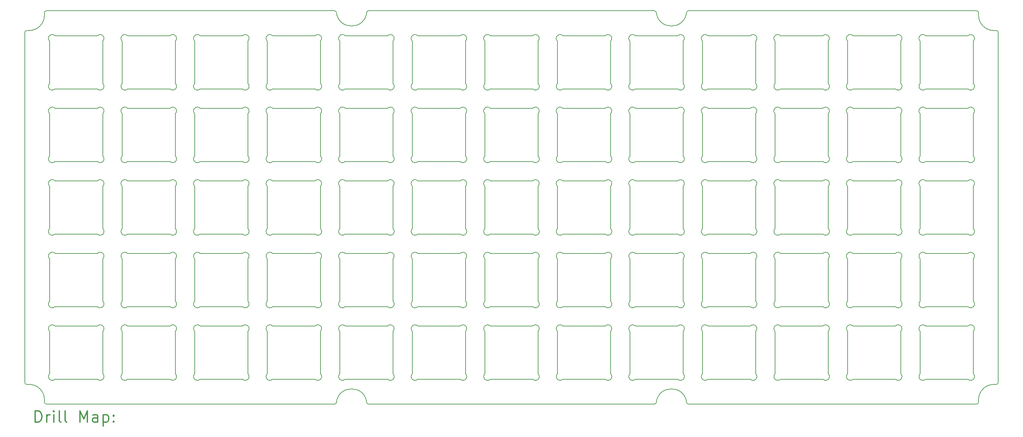
<source format=gbr>
%FSLAX45Y45*%
G04 Gerber Fmt 4.5, Leading zero omitted, Abs format (unit mm)*
G04 Created by KiCad (PCBNEW 5.1.9+dfsg1-1) date 2021-12-29 02:10:33*
%MOMM*%
%LPD*%
G01*
G04 APERTURE LIST*
%TA.AperFunction,Profile*%
%ADD10C,0.200000*%
%TD*%
%ADD11C,0.200000*%
%ADD12C,0.300000*%
G04 APERTURE END LIST*
D10*
X23643189Y-13456068D02*
G75*
G02*
X23501768Y-13597489I-70711J-70711D01*
G01*
X12213189Y-10433911D02*
X12213189Y-11551068D01*
X10813189Y-13456068D02*
X10813189Y-12338911D01*
X12718189Y-8528911D02*
G75*
G02*
X12859611Y-8387489I70711J70711D01*
G01*
X9049611Y-15502489D02*
X10166768Y-15502489D01*
X12718189Y-12338910D02*
G75*
G02*
X12859611Y-12197489I70711J70711D01*
G01*
X18574611Y-8387489D02*
X19691768Y-8387489D01*
X4451768Y-6482489D02*
X3334611Y-6482489D01*
X4451768Y-6482489D02*
G75*
G02*
X4593189Y-6623911I70711J-70711D01*
G01*
X6498189Y-13456068D02*
G75*
G02*
X6356768Y-13597489I-70711J-70711D01*
G01*
X23643189Y-11551068D02*
G75*
G02*
X23501768Y-11692489I-70711J-70711D01*
G01*
X21738189Y-8528911D02*
X21738189Y-9646068D01*
X3334611Y-11692489D02*
G75*
G02*
X3193189Y-11551068I-70711J70711D01*
G01*
X16023189Y-13456068D02*
G75*
G02*
X15881768Y-13597489I-70711J-70711D01*
G01*
X25548189Y-8528911D02*
X25548189Y-9646068D01*
X25548189Y-9646068D02*
G75*
G02*
X25406768Y-9787489I-70711J-70711D01*
G01*
X15881768Y-13597489D02*
X14764611Y-13597489D01*
X22243189Y-12338911D02*
G75*
G02*
X22384611Y-12197489I70711J70711D01*
G01*
X21596768Y-14102489D02*
X20479611Y-14102489D01*
X14118189Y-13456068D02*
X14118189Y-12338911D01*
X12718189Y-12338911D02*
X12718189Y-13456068D01*
X8403189Y-12338911D02*
X8403189Y-13456068D01*
X27453189Y-15361068D02*
X27453189Y-14243911D01*
X5098189Y-8528911D02*
G75*
G02*
X5239611Y-8387489I70711J70711D01*
G01*
X20338189Y-6623911D02*
X20338189Y-7741068D01*
X20338189Y-6623911D02*
G75*
G02*
X20479611Y-6482489I70711J70711D01*
G01*
X12718189Y-11551068D02*
X12718189Y-10433911D01*
X24148189Y-13456068D02*
X24148189Y-12338911D01*
X7144611Y-15502489D02*
G75*
G02*
X7003189Y-15361068I-70711J70711D01*
G01*
X12859611Y-15502489D02*
G75*
G02*
X12718189Y-15361068I-70711J70711D01*
G01*
X16528189Y-12338910D02*
G75*
G02*
X16669611Y-12197489I70711J70711D01*
G01*
X3193189Y-9646068D02*
X3193189Y-8528911D01*
X10954611Y-7882489D02*
X12071768Y-7882489D01*
X9049611Y-7882489D02*
G75*
G02*
X8908189Y-7741068I-70711J70711D01*
G01*
X23501768Y-9787489D02*
X22384611Y-9787489D01*
X23501768Y-14102489D02*
G75*
G02*
X23643189Y-14243911I70711J-70711D01*
G01*
X26053189Y-6623911D02*
X26053189Y-7741068D01*
X26053189Y-6623911D02*
G75*
G02*
X26194611Y-6482489I70711J70711D01*
G01*
X3193189Y-14243911D02*
X3193189Y-15361068D01*
X24289611Y-7882489D02*
X25406768Y-7882489D01*
X22384610Y-7882489D02*
G75*
G02*
X22243189Y-7741068I-70711J70711D01*
G01*
X18433189Y-10433911D02*
G75*
G02*
X18574611Y-10292489I70711J70711D01*
G01*
X25548189Y-13456068D02*
G75*
G02*
X25406768Y-13597489I-70711J-70711D01*
G01*
X27311768Y-12197489D02*
G75*
G02*
X27453189Y-12338911I70711J-70711D01*
G01*
X16528189Y-8528911D02*
X16528189Y-9646068D01*
X21596768Y-10292489D02*
G75*
G02*
X21738189Y-10433911I70711J-70711D01*
G01*
X25406768Y-10292489D02*
G75*
G02*
X25548189Y-10433911I70711J-70711D01*
G01*
X19691768Y-11692489D02*
X18574611Y-11692489D01*
X20479611Y-7882489D02*
X21596768Y-7882489D01*
X18574611Y-7882489D02*
G75*
G02*
X18433189Y-7741068I-70711J70711D01*
G01*
X10166768Y-13597489D02*
X9049611Y-13597489D01*
X22243189Y-14243911D02*
X22243189Y-15361068D01*
X3193189Y-6623911D02*
X3193189Y-7741068D01*
X3193189Y-6623911D02*
G75*
G02*
X3334611Y-6482489I70711J70711D01*
G01*
X16023189Y-14243911D02*
X16023189Y-15361068D01*
X15881768Y-7882489D02*
X14764611Y-7882489D01*
X13976768Y-6482489D02*
G75*
G02*
X14118189Y-6623911I70711J-70711D01*
G01*
X25548189Y-7741068D02*
X25548189Y-6623911D01*
X25548189Y-7741068D02*
G75*
G02*
X25406768Y-7882489I-70711J-70711D01*
G01*
X13976768Y-8387489D02*
G75*
G02*
X14118189Y-8528911I70711J-70711D01*
G01*
X6498189Y-8528911D02*
X6498189Y-9646068D01*
X14764611Y-8387489D02*
X15881768Y-8387489D01*
X16669611Y-9787489D02*
X17786768Y-9787489D01*
X8261768Y-14102489D02*
G75*
G02*
X8403189Y-14243911I70711J-70711D01*
G01*
X4451768Y-10292489D02*
G75*
G02*
X4593189Y-10433911I70711J-70711D01*
G01*
X20479611Y-12197489D02*
X21596768Y-12197489D01*
X18574611Y-9787489D02*
G75*
G02*
X18433189Y-9646068I-70711J70711D01*
G01*
X7144611Y-11692489D02*
G75*
G02*
X7003189Y-11551068I-70711J70711D01*
G01*
X10675976Y-5829989D02*
G75*
G02*
X10725666Y-5874434I0J-50000D01*
G01*
X3107847Y-5829989D02*
X10675976Y-5829989D01*
X19125666Y-16110545D02*
G75*
G02*
X19075976Y-16154989I-49690J5556D01*
G01*
X19125666Y-16110545D02*
G75*
G02*
X19920712Y-16110545I397523J-44444D01*
G01*
X5098189Y-12338910D02*
G75*
G02*
X5239611Y-12197489I70711J70711D01*
G01*
X3334611Y-12197489D02*
X4451768Y-12197489D01*
X17786768Y-10292489D02*
G75*
G02*
X17928189Y-10433911I70711J-70711D01*
G01*
X5239611Y-7882489D02*
X6356768Y-7882489D01*
X3334611Y-7882489D02*
G75*
G02*
X3193189Y-7741068I-70711J70711D01*
G01*
X16669611Y-14102489D02*
X17786768Y-14102489D01*
X23643189Y-15361068D02*
G75*
G02*
X23501768Y-15502489I-70711J-70711D01*
G01*
X10166768Y-10292489D02*
X9049611Y-10292489D01*
X16669611Y-6482489D02*
X17786768Y-6482489D01*
X16669610Y-7882489D02*
G75*
G02*
X16528189Y-7741068I-70711J70711D01*
G01*
X22384610Y-11692489D02*
G75*
G02*
X22243189Y-11551068I-70711J70711D01*
G01*
X12718189Y-8528911D02*
X12718189Y-9646068D01*
X16669611Y-10292489D02*
X17786768Y-10292489D01*
X16528189Y-15361068D02*
X16528189Y-14243911D01*
X12213189Y-13456068D02*
G75*
G02*
X12071768Y-13597489I-70711J-70711D01*
G01*
X23501768Y-10292489D02*
X22384611Y-10292489D01*
X21738189Y-15361068D02*
G75*
G02*
X21596768Y-15502489I-70711J-70711D01*
G01*
X7144611Y-11692489D02*
X8261768Y-11692489D01*
X10308189Y-9646068D02*
G75*
G02*
X10166768Y-9787489I-70711J-70711D01*
G01*
X3334611Y-13597489D02*
G75*
G02*
X3193189Y-13456068I-70711J70711D01*
G01*
X3334611Y-11692489D02*
X4451768Y-11692489D01*
X12213189Y-7741068D02*
X12213189Y-6623911D01*
X12213189Y-7741068D02*
G75*
G02*
X12071768Y-7882489I-70711J-70711D01*
G01*
X10813189Y-9646068D02*
X10813189Y-8528911D01*
X20338189Y-10433911D02*
X20338189Y-11551068D01*
X26053189Y-14243910D02*
G75*
G02*
X26194611Y-14102489I70711J70711D01*
G01*
X24289611Y-8387489D02*
X25406768Y-8387489D01*
X24289610Y-9787489D02*
G75*
G02*
X24148189Y-9646068I-70711J70711D01*
G01*
X8403189Y-9646068D02*
G75*
G02*
X8261768Y-9787489I-70711J-70711D01*
G01*
X12859611Y-13597489D02*
X13976768Y-13597489D01*
X21596768Y-9787489D02*
X20479611Y-9787489D01*
X10308189Y-12338911D02*
X10308189Y-13456068D01*
X6356768Y-14102489D02*
X5239611Y-14102489D01*
X12859611Y-11692489D02*
G75*
G02*
X12718189Y-11551068I-70711J70711D01*
G01*
X27311768Y-10292489D02*
G75*
G02*
X27453189Y-10433911I70711J-70711D01*
G01*
X3334611Y-7882489D02*
X4451768Y-7882489D01*
X27311768Y-8387489D02*
G75*
G02*
X27453189Y-8528911I70711J-70711D01*
G01*
X24148189Y-14243910D02*
G75*
G02*
X24289611Y-14102489I70711J70711D01*
G01*
X3107847Y-16154989D02*
G75*
G02*
X3057847Y-16104989I0J50000D01*
G01*
X10675976Y-16154989D02*
X3107847Y-16154989D01*
X12718189Y-10433911D02*
G75*
G02*
X12859611Y-10292489I70711J70711D01*
G01*
X5239611Y-13597489D02*
G75*
G02*
X5098189Y-13456068I-70711J70711D01*
G01*
X3193189Y-13456068D02*
X3193189Y-12338911D01*
X12213189Y-15361068D02*
G75*
G02*
X12071768Y-15502489I-70711J-70711D01*
G01*
X4593189Y-13456068D02*
G75*
G02*
X4451768Y-13597489I-70711J-70711D01*
G01*
X7144611Y-15502489D02*
X8261768Y-15502489D01*
X17928189Y-9646068D02*
G75*
G02*
X17786768Y-9787489I-70711J-70711D01*
G01*
X9049611Y-8387489D02*
X10166768Y-8387489D01*
X10813189Y-8528911D02*
G75*
G02*
X10954611Y-8387489I70711J70711D01*
G01*
X7003189Y-9646068D02*
X7003189Y-8528911D01*
X4593189Y-9646068D02*
G75*
G02*
X4451768Y-9787489I-70711J-70711D01*
G01*
X6498189Y-11551068D02*
X6498189Y-10433911D01*
X14623189Y-7741068D02*
X14623189Y-6623911D01*
X14623189Y-6623911D02*
G75*
G02*
X14764611Y-6482489I70711J70711D01*
G01*
X23643189Y-12338911D02*
X23643189Y-13456068D01*
X21596768Y-12197489D02*
G75*
G02*
X21738189Y-12338911I70711J-70711D01*
G01*
X20479611Y-15502489D02*
G75*
G02*
X20338189Y-15361068I-70711J70711D01*
G01*
X10166768Y-10292489D02*
G75*
G02*
X10308189Y-10433911I70711J-70711D01*
G01*
X10166768Y-6482489D02*
X9049611Y-6482489D01*
X10166768Y-6482489D02*
G75*
G02*
X10308189Y-6623911I70711J-70711D01*
G01*
X4451768Y-13597489D02*
X3334611Y-13597489D01*
X27311768Y-6482489D02*
X26194611Y-6482489D01*
X27311768Y-6482489D02*
G75*
G02*
X27453189Y-6623911I70711J-70711D01*
G01*
X19833189Y-15361068D02*
X19833189Y-14243911D01*
X26053189Y-10433911D02*
X26053189Y-11551068D01*
X4451768Y-9787489D02*
X3334611Y-9787489D01*
X27538532Y-5829989D02*
G75*
G02*
X27588532Y-5879989I0J-50000D01*
G01*
X19970403Y-5829989D02*
X27538532Y-5829989D01*
X19691768Y-13597489D02*
X18574611Y-13597489D01*
X21596768Y-14102489D02*
G75*
G02*
X21738189Y-14243911I70711J-70711D01*
G01*
X24148189Y-6623911D02*
X24148189Y-7741068D01*
X24148189Y-6623911D02*
G75*
G02*
X24289611Y-6482489I70711J70711D01*
G01*
X13976768Y-15502489D02*
X12859611Y-15502489D01*
X14764611Y-6482489D02*
X15881768Y-6482489D01*
X14764611Y-7882489D02*
G75*
G02*
X14623189Y-7741068I-70711J70711D01*
G01*
X16669610Y-9787489D02*
G75*
G02*
X16528189Y-9646068I-70711J70711D01*
G01*
X3334611Y-15502489D02*
X4451768Y-15502489D01*
X27311768Y-13597489D02*
X26194611Y-13597489D01*
X19833189Y-8528911D02*
X19833189Y-9646068D01*
X18574611Y-11692489D02*
G75*
G02*
X18433189Y-11551068I-70711J70711D01*
G01*
X14623189Y-14243910D02*
G75*
G02*
X14764611Y-14102489I70711J70711D01*
G01*
X14623189Y-8528911D02*
G75*
G02*
X14764611Y-8387489I70711J70711D01*
G01*
X10308189Y-8528911D02*
X10308189Y-9646068D01*
X6356768Y-12197489D02*
G75*
G02*
X6498189Y-12338911I70711J-70711D01*
G01*
X7003189Y-14243911D02*
X7003189Y-15361068D01*
X16528189Y-14243910D02*
G75*
G02*
X16669611Y-14102489I70711J70711D01*
G01*
X18574611Y-15502489D02*
X19691768Y-15502489D01*
X16669610Y-13597489D02*
G75*
G02*
X16528189Y-13456068I-70711J70711D01*
G01*
X7144611Y-7882489D02*
X8261768Y-7882489D01*
X5239611Y-7882489D02*
G75*
G02*
X5098189Y-7741068I-70711J70711D01*
G01*
X6356768Y-10292489D02*
X5239611Y-10292489D01*
X17786768Y-7882489D02*
X16669611Y-7882489D01*
X15881768Y-6482489D02*
G75*
G02*
X16023189Y-6623911I70711J-70711D01*
G01*
X12859611Y-13597489D02*
G75*
G02*
X12718189Y-13456068I-70711J70711D01*
G01*
X8908189Y-10433911D02*
G75*
G02*
X9049611Y-10292489I70711J70711D01*
G01*
X2540689Y-6397147D02*
G75*
G02*
X2590689Y-6347147I50000J0D01*
G01*
X2540689Y-15587832D02*
X2540689Y-6397147D01*
X12859611Y-9787489D02*
X13976768Y-9787489D01*
X22384611Y-8387489D02*
X23501768Y-8387489D01*
X22384610Y-9787489D02*
G75*
G02*
X22243189Y-9646068I-70711J70711D01*
G01*
X12859611Y-6482489D02*
X13976768Y-6482489D01*
X12859611Y-7882489D02*
G75*
G02*
X12718189Y-7741068I-70711J70711D01*
G01*
X5239611Y-15502489D02*
X6356768Y-15502489D01*
X5239611Y-8387489D02*
X6356768Y-8387489D01*
X16669611Y-13597489D02*
X17786768Y-13597489D01*
X19833189Y-13456068D02*
G75*
G02*
X19691768Y-13597489I-70711J-70711D01*
G01*
X22384611Y-12197489D02*
X23501768Y-12197489D01*
X7144611Y-9787489D02*
G75*
G02*
X7003189Y-9646068I-70711J70711D01*
G01*
X18574611Y-13597489D02*
G75*
G02*
X18433189Y-13456068I-70711J70711D01*
G01*
X12718189Y-15361068D02*
X12718189Y-14243911D01*
X16023189Y-9646068D02*
G75*
G02*
X15881768Y-9787489I-70711J-70711D01*
G01*
X8261768Y-8387489D02*
G75*
G02*
X8403189Y-8528911I70711J-70711D01*
G01*
X4593189Y-7741068D02*
X4593189Y-6623911D01*
X4593189Y-7741068D02*
G75*
G02*
X4451768Y-7882489I-70711J-70711D01*
G01*
X27588532Y-16104989D02*
G75*
G02*
X27538532Y-16154989I-50000J0D01*
G01*
X27588532Y-16037832D02*
X27588532Y-16104989D01*
X10813189Y-12338910D02*
G75*
G02*
X10954611Y-12197489I70711J70711D01*
G01*
X8908189Y-14243910D02*
G75*
G02*
X9049611Y-14102489I70711J70711D01*
G01*
X9049611Y-13597489D02*
G75*
G02*
X8908189Y-13456068I-70711J70711D01*
G01*
X16023189Y-11551068D02*
G75*
G02*
X15881768Y-11692489I-70711J-70711D01*
G01*
X3057847Y-5947147D02*
G75*
G02*
X2657847Y-6347147I-400000J0D01*
G01*
X2590689Y-6347147D02*
X2657847Y-6347147D01*
X7003189Y-8528911D02*
G75*
G02*
X7144611Y-8387489I70711J70711D01*
G01*
X24289611Y-15502489D02*
X25406768Y-15502489D01*
X14623189Y-11551068D02*
X14623189Y-10433911D01*
X15881768Y-11692489D02*
X14764611Y-11692489D01*
X18433189Y-12338910D02*
G75*
G02*
X18574611Y-12197489I70711J70711D01*
G01*
X17928189Y-13456068D02*
X17928189Y-12338911D01*
X18433189Y-11551068D02*
X18433189Y-10433911D01*
X8261768Y-9787489D02*
X7144611Y-9787489D01*
X12213189Y-12338911D02*
X12213189Y-13456068D01*
X23501768Y-12197489D02*
G75*
G02*
X23643189Y-12338911I70711J-70711D01*
G01*
X9049611Y-15502489D02*
G75*
G02*
X8908189Y-15361068I-70711J70711D01*
G01*
X27453189Y-8528911D02*
X27453189Y-9646068D01*
X27453189Y-9646068D02*
G75*
G02*
X27311768Y-9787489I-70711J-70711D01*
G01*
X22243189Y-14243910D02*
G75*
G02*
X22384611Y-14102489I70711J70711D01*
G01*
X23643189Y-8528911D02*
X23643189Y-9646068D01*
X23643189Y-9646068D02*
G75*
G02*
X23501768Y-9787489I-70711J-70711D01*
G01*
X11520712Y-5874434D02*
G75*
G02*
X10725666Y-5874434I-397523J44444D01*
G01*
X13976768Y-11692489D02*
X12859611Y-11692489D01*
X6356768Y-10292489D02*
G75*
G02*
X6498189Y-10433911I70711J-70711D01*
G01*
X23501768Y-14102489D02*
X22384611Y-14102489D01*
X14764611Y-14102489D02*
X15881768Y-14102489D01*
X10308189Y-15361068D02*
G75*
G02*
X10166768Y-15502489I-70711J-70711D01*
G01*
X19833189Y-7741068D02*
X19833189Y-6623911D01*
X19833189Y-7741068D02*
G75*
G02*
X19691768Y-7882489I-70711J-70711D01*
G01*
X18433189Y-6623911D02*
X18433189Y-7741068D01*
X18433189Y-6623911D02*
G75*
G02*
X18574611Y-6482489I70711J70711D01*
G01*
X13976768Y-12197489D02*
G75*
G02*
X14118189Y-12338911I70711J-70711D01*
G01*
X27453189Y-13456068D02*
G75*
G02*
X27311768Y-13597489I-70711J-70711D01*
G01*
X8908189Y-6623911D02*
X8908189Y-7741068D01*
X8908189Y-6623911D02*
G75*
G02*
X9049611Y-6482489I70711J70711D01*
G01*
X26053189Y-9646068D02*
X26053189Y-8528911D01*
X26053189Y-8528911D02*
G75*
G02*
X26194611Y-8387489I70711J70711D01*
G01*
X17928189Y-10433911D02*
X17928189Y-11551068D01*
X10954611Y-11692489D02*
G75*
G02*
X10813189Y-11551068I-70711J70711D01*
G01*
X19833189Y-15361068D02*
G75*
G02*
X19691768Y-15502489I-70711J-70711D01*
G01*
X14118189Y-6623911D02*
X14118189Y-7741068D01*
X14118189Y-7741068D02*
G75*
G02*
X13976768Y-7882489I-70711J-70711D01*
G01*
X27453189Y-11551068D02*
G75*
G02*
X27311768Y-11692489I-70711J-70711D01*
G01*
X26194611Y-8387489D02*
X27311768Y-8387489D01*
X26194610Y-9787489D02*
G75*
G02*
X26053189Y-9646068I-70711J70711D01*
G01*
X25548189Y-11551068D02*
X25548189Y-10433911D01*
X25406768Y-14102489D02*
X24289611Y-14102489D01*
X20479611Y-9787489D02*
G75*
G02*
X20338189Y-9646068I-70711J70711D01*
G01*
X24289611Y-11692489D02*
X25406768Y-11692489D01*
X5098189Y-13456068D02*
X5098189Y-12338911D01*
X12071768Y-8387489D02*
G75*
G02*
X12213189Y-8528911I70711J-70711D01*
G01*
X24289610Y-15502489D02*
G75*
G02*
X24148189Y-15361068I-70711J70711D01*
G01*
X16528189Y-8528911D02*
G75*
G02*
X16669611Y-8387489I70711J70711D01*
G01*
X6498189Y-15361068D02*
G75*
G02*
X6356768Y-15502489I-70711J-70711D01*
G01*
X8403189Y-8528911D02*
X8403189Y-9646068D01*
X18433189Y-9646068D02*
X18433189Y-8528911D01*
X5239611Y-9787489D02*
G75*
G02*
X5098189Y-9646068I-70711J70711D01*
G01*
X7003189Y-10433911D02*
X7003189Y-11551068D01*
X27311768Y-14102489D02*
G75*
G02*
X27453189Y-14243911I70711J-70711D01*
G01*
X26053189Y-12338910D02*
G75*
G02*
X26194611Y-12197489I70711J70711D01*
G01*
X18574611Y-7882489D02*
X19691768Y-7882489D01*
X17786768Y-6482489D02*
G75*
G02*
X17928189Y-6623911I70711J-70711D01*
G01*
X12071768Y-9787489D02*
X10954611Y-9787489D01*
X22243189Y-10433911D02*
X22243189Y-11551068D01*
X7003189Y-13456068D02*
X7003189Y-12338911D01*
X8908189Y-14243911D02*
X8908189Y-15361068D01*
X27453189Y-15361068D02*
G75*
G02*
X27311768Y-15502489I-70711J-70711D01*
G01*
X10813189Y-10433911D02*
G75*
G02*
X10954611Y-10292489I70711J70711D01*
G01*
X16528189Y-12338911D02*
X16528189Y-13456068D01*
X8908189Y-12338910D02*
G75*
G02*
X9049611Y-12197489I70711J70711D01*
G01*
X19833189Y-10433911D02*
X19833189Y-11551068D01*
X24289610Y-13597489D02*
G75*
G02*
X24148189Y-13456068I-70711J70711D01*
G01*
X25548189Y-12338911D02*
X25548189Y-13456068D01*
X11520712Y-5874434D02*
G75*
G02*
X11570403Y-5829989I49690J-5556D01*
G01*
X26194610Y-7882489D02*
G75*
G02*
X26053189Y-7741068I-70711J70711D01*
G01*
X12071768Y-10292489D02*
G75*
G02*
X12213189Y-10433911I70711J-70711D01*
G01*
X22384610Y-13597489D02*
G75*
G02*
X22243189Y-13456068I-70711J70711D01*
G01*
X17928189Y-13456068D02*
G75*
G02*
X17786768Y-13597489I-70711J-70711D01*
G01*
X14764611Y-12197489D02*
X15881768Y-12197489D01*
X10166768Y-12197489D02*
G75*
G02*
X10308189Y-12338911I70711J-70711D01*
G01*
X12071768Y-14102489D02*
X10954611Y-14102489D01*
X27988532Y-6347147D02*
G75*
G02*
X27588532Y-5947147I0J400000D01*
G01*
X27588532Y-5879989D02*
X27588532Y-5947147D01*
X7144611Y-8387489D02*
X8261768Y-8387489D01*
X21738189Y-7741068D02*
X21738189Y-6623911D01*
X21738189Y-7741068D02*
G75*
G02*
X21596768Y-7882489I-70711J-70711D01*
G01*
X14118189Y-14243911D02*
X14118189Y-15361068D01*
X12859611Y-14102489D02*
X13976768Y-14102489D01*
X9049611Y-11692489D02*
G75*
G02*
X8908189Y-11551068I-70711J70711D01*
G01*
X8261768Y-6482489D02*
X7144611Y-6482489D01*
X8261768Y-6482489D02*
G75*
G02*
X8403189Y-6623911I70711J-70711D01*
G01*
X17928189Y-15361068D02*
G75*
G02*
X17786768Y-15502489I-70711J-70711D01*
G01*
X17928189Y-14243911D02*
X17928189Y-15361068D01*
X5239611Y-12197489D02*
X6356768Y-12197489D01*
X12071768Y-11692489D02*
X10954611Y-11692489D01*
X8261768Y-13597489D02*
X7144611Y-13597489D01*
X5239611Y-15502489D02*
G75*
G02*
X5098189Y-15361068I-70711J70711D01*
G01*
X8908189Y-10433911D02*
X8908189Y-11551068D01*
X19920712Y-5874434D02*
G75*
G02*
X19970403Y-5829989I49690J-5556D01*
G01*
X19920712Y-5874434D02*
G75*
G02*
X19125666Y-5874434I-397523J44444D01*
G01*
X3193189Y-10433911D02*
G75*
G02*
X3334611Y-10292489I70711J70711D01*
G01*
X10166768Y-14102489D02*
X9049611Y-14102489D01*
X27453189Y-7741068D02*
X27453189Y-6623911D01*
X27453189Y-7741068D02*
G75*
G02*
X27311768Y-7882489I-70711J-70711D01*
G01*
X25406768Y-10292489D02*
X24289611Y-10292489D01*
X27311768Y-10292489D02*
X26194611Y-10292489D01*
X20338189Y-14243911D02*
X20338189Y-15361068D01*
X8403189Y-15361068D02*
X8403189Y-14243911D01*
X23643189Y-15361068D02*
X23643189Y-14243911D01*
X26194611Y-12197489D02*
X27311768Y-12197489D01*
X14764611Y-13597489D02*
G75*
G02*
X14623189Y-13456068I-70711J70711D01*
G01*
X24148189Y-14243911D02*
X24148189Y-15361068D01*
X22243189Y-6623911D02*
X22243189Y-7741068D01*
X22243189Y-6623911D02*
G75*
G02*
X22384611Y-6482489I70711J70711D01*
G01*
X27311768Y-14102489D02*
X26194611Y-14102489D01*
X3334611Y-15502489D02*
G75*
G02*
X3193189Y-15361068I-70711J70711D01*
G01*
X22384611Y-7882489D02*
X23501768Y-7882489D01*
X20479611Y-7882489D02*
G75*
G02*
X20338189Y-7741068I-70711J70711D01*
G01*
X14118189Y-11551068D02*
G75*
G02*
X13976768Y-11692489I-70711J-70711D01*
G01*
X16669610Y-11692489D02*
G75*
G02*
X16528189Y-11551068I-70711J70711D01*
G01*
X4593189Y-15361068D02*
G75*
G02*
X4451768Y-15502489I-70711J-70711D01*
G01*
X9049611Y-11692489D02*
X10166768Y-11692489D01*
X6356768Y-6482489D02*
X5239611Y-6482489D01*
X6356768Y-6482489D02*
G75*
G02*
X6498189Y-6623911I70711J-70711D01*
G01*
X12213189Y-15361068D02*
X12213189Y-14243911D01*
X9049611Y-7882489D02*
X10166768Y-7882489D01*
X7144611Y-7882489D02*
G75*
G02*
X7003189Y-7741068I-70711J70711D01*
G01*
X6356768Y-9787489D02*
X5239611Y-9787489D01*
X7003189Y-14243910D02*
G75*
G02*
X7144611Y-14102489I70711J70711D01*
G01*
X15881768Y-14102489D02*
G75*
G02*
X16023189Y-14243911I70711J-70711D01*
G01*
X17786768Y-8387489D02*
X16669611Y-8387489D01*
X26194611Y-15502489D02*
X27311768Y-15502489D01*
X20338189Y-14243910D02*
G75*
G02*
X20479611Y-14102489I70711J70711D01*
G01*
X19833189Y-11551068D02*
G75*
G02*
X19691768Y-11692489I-70711J-70711D01*
G01*
X18433189Y-8528911D02*
G75*
G02*
X18574611Y-8387489I70711J70711D01*
G01*
X12071768Y-12197489D02*
G75*
G02*
X12213189Y-12338911I70711J-70711D01*
G01*
X4451768Y-8387489D02*
G75*
G02*
X4593189Y-8528911I70711J-70711D01*
G01*
X19691768Y-12197489D02*
G75*
G02*
X19833189Y-12338911I70711J-70711D01*
G01*
X22243189Y-10433911D02*
G75*
G02*
X22384611Y-10292489I70711J70711D01*
G01*
X21596768Y-10292489D02*
X20479611Y-10292489D01*
X8261768Y-10292489D02*
G75*
G02*
X8403189Y-10433911I70711J-70711D01*
G01*
X26053189Y-10433911D02*
G75*
G02*
X26194611Y-10292489I70711J70711D01*
G01*
X16023189Y-15361068D02*
G75*
G02*
X15881768Y-15502489I-70711J-70711D01*
G01*
X16023189Y-8528911D02*
X16023189Y-9646068D01*
X16528189Y-7741068D02*
X16528189Y-6623911D01*
X16528189Y-6623911D02*
G75*
G02*
X16669611Y-6482489I70711J70711D01*
G01*
X6498189Y-11551068D02*
G75*
G02*
X6356768Y-11692489I-70711J-70711D01*
G01*
X12213189Y-9646068D02*
G75*
G02*
X12071768Y-9787489I-70711J-70711D01*
G01*
X23501768Y-10292489D02*
G75*
G02*
X23643189Y-10433911I70711J-70711D01*
G01*
X2657847Y-15637832D02*
G75*
G02*
X3057847Y-16037832I0J-400000D01*
G01*
X3057847Y-16104989D02*
X3057847Y-16037832D01*
X21738189Y-13456068D02*
G75*
G02*
X21596768Y-13597489I-70711J-70711D01*
G01*
X21596768Y-8387489D02*
G75*
G02*
X21738189Y-8528911I70711J-70711D01*
G01*
X12718189Y-7741068D02*
X12718189Y-6623911D01*
X12718189Y-6623911D02*
G75*
G02*
X12859611Y-6482489I70711J70711D01*
G01*
X17928189Y-11551068D02*
G75*
G02*
X17786768Y-11692489I-70711J-70711D01*
G01*
X14118189Y-9646068D02*
X14118189Y-8528911D01*
X21738189Y-11551068D02*
X21738189Y-10433911D01*
X12071768Y-14102489D02*
G75*
G02*
X12213189Y-14243911I70711J-70711D01*
G01*
X13976768Y-10292489D02*
G75*
G02*
X14118189Y-10433911I70711J-70711D01*
G01*
X19970403Y-16154989D02*
G75*
G02*
X19920712Y-16110545I0J50000D01*
G01*
X27538532Y-16154989D02*
X19970403Y-16154989D01*
X8908189Y-13456068D02*
X8908189Y-12338911D01*
X27311768Y-9787489D02*
X26194611Y-9787489D01*
X25406768Y-8387489D02*
G75*
G02*
X25548189Y-8528911I70711J-70711D01*
G01*
X19691768Y-14102489D02*
G75*
G02*
X19833189Y-14243911I70711J-70711D01*
G01*
X22243189Y-9646068D02*
X22243189Y-8528911D01*
X22243189Y-8528911D02*
G75*
G02*
X22384611Y-8387489I70711J70711D01*
G01*
X20479611Y-8387489D02*
X21596768Y-8387489D01*
X3193189Y-8528911D02*
G75*
G02*
X3334611Y-8387489I70711J70711D01*
G01*
X5098189Y-14243910D02*
G75*
G02*
X5239611Y-14102489I70711J70711D01*
G01*
X10954611Y-9787489D02*
G75*
G02*
X10813189Y-9646068I-70711J70711D01*
G01*
X8908189Y-9646068D02*
X8908189Y-8528911D01*
X10308189Y-11551068D02*
G75*
G02*
X10166768Y-11692489I-70711J-70711D01*
G01*
X5239611Y-11692489D02*
X6356768Y-11692489D01*
X10725666Y-16110545D02*
G75*
G02*
X10675976Y-16154989I-49690J5556D01*
G01*
X10725666Y-16110545D02*
G75*
G02*
X11520712Y-16110545I397523J-44444D01*
G01*
X4451768Y-14102489D02*
G75*
G02*
X4593189Y-14243911I70711J-70711D01*
G01*
X24289610Y-11692489D02*
G75*
G02*
X24148189Y-11551068I-70711J70711D01*
G01*
X23643189Y-11551068D02*
X23643189Y-10433911D01*
X20338189Y-8528911D02*
G75*
G02*
X20479611Y-8387489I70711J70711D01*
G01*
X14764611Y-15502489D02*
G75*
G02*
X14623189Y-15361068I-70711J70711D01*
G01*
X14623189Y-9646068D02*
X14623189Y-8528911D01*
X16023189Y-12338911D02*
X16023189Y-13456068D01*
X19075976Y-5829989D02*
G75*
G02*
X19125666Y-5874434I0J-50000D01*
G01*
X11570403Y-5829989D02*
X19075976Y-5829989D01*
X25406768Y-6482489D02*
X24289611Y-6482489D01*
X25406768Y-6482489D02*
G75*
G02*
X25548189Y-6623911I70711J-70711D01*
G01*
X25406768Y-12197489D02*
G75*
G02*
X25548189Y-12338911I70711J-70711D01*
G01*
X10308189Y-7741068D02*
X10308189Y-6623911D01*
X10308189Y-7741068D02*
G75*
G02*
X10166768Y-7882489I-70711J-70711D01*
G01*
X3057847Y-5879989D02*
G75*
G02*
X3107847Y-5829989I50000J0D01*
G01*
X3057847Y-5947147D02*
X3057847Y-5879989D01*
X6498189Y-7741068D02*
X6498189Y-6623911D01*
X6498189Y-7741068D02*
G75*
G02*
X6356768Y-7882489I-70711J-70711D01*
G01*
X11570403Y-16154989D02*
G75*
G02*
X11520712Y-16110545I0J50000D01*
G01*
X19075976Y-16154989D02*
X11570403Y-16154989D01*
X3193189Y-10433911D02*
X3193189Y-11551068D01*
X8261768Y-14102489D02*
X7144611Y-14102489D01*
X10308189Y-15361068D02*
X10308189Y-14243911D01*
X16528189Y-11551068D02*
X16528189Y-10433911D01*
X5098189Y-9646068D02*
X5098189Y-8528911D01*
X22243189Y-13456068D02*
X22243189Y-12338911D01*
X16669610Y-15502489D02*
G75*
G02*
X16528189Y-15361068I-70711J70711D01*
G01*
X27453189Y-11551068D02*
X27453189Y-10433911D01*
X6356768Y-8387489D02*
G75*
G02*
X6498189Y-8528911I70711J-70711D01*
G01*
X21596768Y-6482489D02*
X20479611Y-6482489D01*
X21596768Y-6482489D02*
G75*
G02*
X21738189Y-6623911I70711J-70711D01*
G01*
X10813189Y-11551068D02*
X10813189Y-10433911D01*
X14623189Y-13456068D02*
X14623189Y-12338911D01*
X6356768Y-13597489D02*
X5239611Y-13597489D01*
X19691768Y-9787489D02*
X18574611Y-9787489D01*
X26194611Y-11692489D02*
X27311768Y-11692489D01*
X17928189Y-9646068D02*
X17928189Y-8528911D01*
X25406768Y-9787489D02*
X24289611Y-9787489D01*
X23501768Y-8387489D02*
G75*
G02*
X23643189Y-8528911I70711J-70711D01*
G01*
X10954611Y-12197489D02*
X12071768Y-12197489D01*
X4451768Y-14102489D02*
X3334611Y-14102489D01*
X4593189Y-11551068D02*
X4593189Y-10433911D01*
X26194611Y-7882489D02*
X27311768Y-7882489D01*
X24289610Y-7882489D02*
G75*
G02*
X24148189Y-7741068I-70711J70711D01*
G01*
X3334611Y-8387489D02*
X4451768Y-8387489D01*
X23501768Y-6482489D02*
X22384611Y-6482489D01*
X23501768Y-6482489D02*
G75*
G02*
X23643189Y-6623911I70711J-70711D01*
G01*
X3193189Y-12338911D02*
G75*
G02*
X3334611Y-12197489I70711J70711D01*
G01*
X22384610Y-15502489D02*
G75*
G02*
X22243189Y-15361068I-70711J70711D01*
G01*
X7003189Y-12338910D02*
G75*
G02*
X7144611Y-12197489I70711J70711D01*
G01*
X17786768Y-12197489D02*
X16669611Y-12197489D01*
X6498189Y-12338911D02*
X6498189Y-13456068D01*
X8403189Y-13456068D02*
G75*
G02*
X8261768Y-13597489I-70711J-70711D01*
G01*
X25406768Y-13597489D02*
X24289611Y-13597489D01*
X4451768Y-12197489D02*
G75*
G02*
X4593189Y-12338911I70711J-70711D01*
G01*
X10954611Y-8387489D02*
X12071768Y-8387489D01*
X9049611Y-9787489D02*
G75*
G02*
X8908189Y-9646068I-70711J70711D01*
G01*
X14764611Y-9787489D02*
G75*
G02*
X14623189Y-9646068I-70711J70711D01*
G01*
X4593189Y-15361068D02*
X4593189Y-14243911D01*
X17786768Y-8387489D02*
G75*
G02*
X17928189Y-8528911I70711J-70711D01*
G01*
X20338189Y-12338910D02*
G75*
G02*
X20479611Y-12197489I70711J70711D01*
G01*
X18433189Y-13456068D02*
X18433189Y-12338911D01*
X10954611Y-13597489D02*
G75*
G02*
X10813189Y-13456068I-70711J70711D01*
G01*
X20338189Y-13456068D02*
X20338189Y-12338911D01*
X20479611Y-13597489D02*
G75*
G02*
X20338189Y-13456068I-70711J70711D01*
G01*
X9049611Y-12197489D02*
X10166768Y-12197489D01*
X17786768Y-11692489D02*
X16669611Y-11692489D01*
X8403189Y-15361068D02*
G75*
G02*
X8261768Y-15502489I-70711J-70711D01*
G01*
X15881768Y-8387489D02*
G75*
G02*
X16023189Y-8528911I70711J-70711D01*
G01*
X19691768Y-14102489D02*
X18574611Y-14102489D01*
X13976768Y-7882489D02*
X12859611Y-7882489D01*
X10954611Y-7882489D02*
G75*
G02*
X10813189Y-7741068I-70711J70711D01*
G01*
X14118189Y-10433911D02*
X14118189Y-11551068D01*
X20338189Y-9646068D02*
X20338189Y-8528911D01*
X8403189Y-11551068D02*
G75*
G02*
X8261768Y-11692489I-70711J-70711D01*
G01*
X25548189Y-15361068D02*
G75*
G02*
X25406768Y-15502489I-70711J-70711D01*
G01*
X7003189Y-10433911D02*
G75*
G02*
X7144611Y-10292489I70711J70711D01*
G01*
X5098189Y-10433911D02*
G75*
G02*
X5239611Y-10292489I70711J70711D01*
G01*
X18574611Y-12197489D02*
X19691768Y-12197489D01*
X26194610Y-11692489D02*
G75*
G02*
X26053189Y-11551068I-70711J70711D01*
G01*
X15881768Y-12197489D02*
G75*
G02*
X16023189Y-12338911I70711J-70711D01*
G01*
X19833189Y-12338911D02*
X19833189Y-13456068D01*
X21738189Y-12338911D02*
X21738189Y-13456068D01*
X18574611Y-15502489D02*
G75*
G02*
X18433189Y-15361068I-70711J70711D01*
G01*
X18433189Y-14243910D02*
G75*
G02*
X18574611Y-14102489I70711J70711D01*
G01*
X12859611Y-9787489D02*
G75*
G02*
X12718189Y-9646068I-70711J70711D01*
G01*
X20338189Y-10433911D02*
G75*
G02*
X20479611Y-10292489I70711J70711D01*
G01*
X14623189Y-12338910D02*
G75*
G02*
X14764611Y-12197489I70711J70711D01*
G01*
X10954611Y-15502489D02*
G75*
G02*
X10813189Y-15361068I-70711J70711D01*
G01*
X24148189Y-10433911D02*
X24148189Y-11551068D01*
X4593189Y-12338911D02*
X4593189Y-13456068D01*
X24148189Y-12338911D02*
G75*
G02*
X24289611Y-12197489I70711J70711D01*
G01*
X14623189Y-15361068D02*
X14623189Y-14243911D01*
X6498189Y-15361068D02*
X6498189Y-14243911D01*
X19691768Y-6482489D02*
X18574611Y-6482489D01*
X19691768Y-6482489D02*
G75*
G02*
X19833189Y-6623911I70711J-70711D01*
G01*
X6498189Y-9646068D02*
G75*
G02*
X6356768Y-9787489I-70711J-70711D01*
G01*
X25548189Y-15361068D02*
X25548189Y-14243911D01*
X17786768Y-14102489D02*
G75*
G02*
X17928189Y-14243911I70711J-70711D01*
G01*
X3334611Y-9787489D02*
G75*
G02*
X3193189Y-9646068I-70711J70711D01*
G01*
X27453189Y-12338911D02*
X27453189Y-13456068D01*
X18574611Y-10292489D02*
X19691768Y-10292489D01*
X4593189Y-8528911D02*
X4593189Y-9646068D01*
X19833189Y-9646068D02*
G75*
G02*
X19691768Y-9787489I-70711J-70711D01*
G01*
X5098189Y-14243911D02*
X5098189Y-15361068D01*
X24289611Y-12197489D02*
X25406768Y-12197489D01*
X27588532Y-16037832D02*
G75*
G02*
X27988532Y-15637832I400000J0D01*
G01*
X28055689Y-15637832D02*
X27988532Y-15637832D01*
X22384611Y-11692489D02*
X23501768Y-11692489D01*
X17928189Y-6623911D02*
X17928189Y-7741068D01*
X17928189Y-7741068D02*
G75*
G02*
X17786768Y-7882489I-70711J-70711D01*
G01*
X20479611Y-11692489D02*
G75*
G02*
X20338189Y-11551068I-70711J70711D01*
G01*
X15881768Y-9787489D02*
X14764611Y-9787489D01*
X19691768Y-10292489D02*
G75*
G02*
X19833189Y-10433911I70711J-70711D01*
G01*
X17786768Y-15502489D02*
X16669611Y-15502489D01*
X15881768Y-15502489D02*
X14764611Y-15502489D01*
X7144611Y-13597489D02*
G75*
G02*
X7003189Y-13456068I-70711J70711D01*
G01*
X10166768Y-8387489D02*
G75*
G02*
X10308189Y-8528911I70711J-70711D01*
G01*
X18433189Y-14243911D02*
X18433189Y-15361068D01*
X3193189Y-14243910D02*
G75*
G02*
X3334611Y-14102489I70711J70711D01*
G01*
X24148189Y-10433911D02*
G75*
G02*
X24289611Y-10292489I70711J70711D01*
G01*
X8261768Y-12197489D02*
G75*
G02*
X8403189Y-12338911I70711J-70711D01*
G01*
X21738189Y-11551068D02*
G75*
G02*
X21596768Y-11692489I-70711J-70711D01*
G01*
X14118189Y-9646068D02*
G75*
G02*
X13976768Y-9787489I-70711J-70711D01*
G01*
X12859611Y-10292489D02*
X13976768Y-10292489D01*
X26194610Y-13597489D02*
G75*
G02*
X26053189Y-13456068I-70711J70711D01*
G01*
X20479611Y-11692489D02*
X21596768Y-11692489D01*
X15881768Y-10292489D02*
G75*
G02*
X16023189Y-10433911I70711J-70711D01*
G01*
X6356768Y-14102489D02*
G75*
G02*
X6498189Y-14243911I70711J-70711D01*
G01*
X8908189Y-8528911D02*
G75*
G02*
X9049611Y-8387489I70711J70711D01*
G01*
X13976768Y-8387489D02*
X12859611Y-8387489D01*
X14118189Y-13456068D02*
G75*
G02*
X13976768Y-13597489I-70711J-70711D01*
G01*
X21738189Y-15361068D02*
X21738189Y-14243911D01*
X10954611Y-10292489D02*
X12071768Y-10292489D01*
X24148189Y-9646068D02*
X24148189Y-8528911D01*
X24148189Y-8528911D02*
G75*
G02*
X24289611Y-8387489I70711J70711D01*
G01*
X4451768Y-10292489D02*
X3334611Y-10292489D01*
X7003189Y-6623911D02*
X7003189Y-7741068D01*
X7003189Y-6623911D02*
G75*
G02*
X7144611Y-6482489I70711J70711D01*
G01*
X25548189Y-11551068D02*
G75*
G02*
X25406768Y-11692489I-70711J-70711D01*
G01*
X26053189Y-13456068D02*
X26053189Y-12338911D01*
X5239611Y-11692489D02*
G75*
G02*
X5098189Y-11551068I-70711J70711D01*
G01*
X16528189Y-10433911D02*
G75*
G02*
X16669611Y-10292489I70711J70711D01*
G01*
X22384611Y-15502489D02*
X23501768Y-15502489D01*
X19691768Y-8387489D02*
G75*
G02*
X19833189Y-8528911I70711J-70711D01*
G01*
X14764611Y-11692489D02*
G75*
G02*
X14623189Y-11551068I-70711J70711D01*
G01*
X12718189Y-14243910D02*
G75*
G02*
X12859611Y-14102489I70711J70711D01*
G01*
X2590689Y-15637832D02*
G75*
G02*
X2540689Y-15587832I0J50000D01*
G01*
X2657847Y-15637832D02*
X2590689Y-15637832D01*
X23643189Y-7741068D02*
X23643189Y-6623911D01*
X23643189Y-7741068D02*
G75*
G02*
X23501768Y-7882489I-70711J-70711D01*
G01*
X25406768Y-14102489D02*
G75*
G02*
X25548189Y-14243911I70711J-70711D01*
G01*
X23501768Y-13597489D02*
X22384611Y-13597489D01*
X8261768Y-10292489D02*
X7144611Y-10292489D01*
X12213189Y-11551068D02*
G75*
G02*
X12071768Y-11692489I-70711J-70711D01*
G01*
X28055689Y-6347147D02*
G75*
G02*
X28105689Y-6397147I0J-50000D01*
G01*
X27988532Y-6347147D02*
X28055689Y-6347147D01*
X21596768Y-13597489D02*
X20479611Y-13597489D01*
X21738189Y-9646068D02*
G75*
G02*
X21596768Y-9787489I-70711J-70711D01*
G01*
X20479611Y-15502489D02*
X21596768Y-15502489D01*
X10166768Y-14102489D02*
G75*
G02*
X10308189Y-14243911I70711J-70711D01*
G01*
X8403189Y-7741068D02*
X8403189Y-6623911D01*
X8403189Y-7741068D02*
G75*
G02*
X8261768Y-7882489I-70711J-70711D01*
G01*
X13976768Y-14102489D02*
G75*
G02*
X14118189Y-14243911I70711J-70711D01*
G01*
X10166768Y-9787489D02*
X9049611Y-9787489D01*
X14623189Y-10433911D02*
G75*
G02*
X14764611Y-10292489I70711J70711D01*
G01*
X10813189Y-6623911D02*
X10813189Y-7741068D01*
X10813189Y-6623911D02*
G75*
G02*
X10954611Y-6482489I70711J70711D01*
G01*
X12213189Y-8528911D02*
X12213189Y-9646068D01*
X5098189Y-10433911D02*
X5098189Y-11551068D01*
X26053189Y-14243911D02*
X26053189Y-15361068D01*
X16023189Y-6623911D02*
X16023189Y-7741068D01*
X16023189Y-7741068D02*
G75*
G02*
X15881768Y-7882489I-70711J-70711D01*
G01*
X16023189Y-10433911D02*
X16023189Y-11551068D01*
X28105689Y-15587832D02*
G75*
G02*
X28055689Y-15637832I-50000J0D01*
G01*
X28105689Y-6397147D02*
X28105689Y-15587832D01*
X10813189Y-14243910D02*
G75*
G02*
X10954611Y-14102489I70711J70711D01*
G01*
X26194610Y-15502489D02*
G75*
G02*
X26053189Y-15361068I-70711J70711D01*
G01*
X10813189Y-14243911D02*
X10813189Y-15361068D01*
X12071768Y-13597489D02*
X10954611Y-13597489D01*
X13976768Y-12197489D02*
X12859611Y-12197489D01*
X12071768Y-6482489D02*
X10954611Y-6482489D01*
X12071768Y-6482489D02*
G75*
G02*
X12213189Y-6623911I70711J-70711D01*
G01*
X10308189Y-13456068D02*
G75*
G02*
X10166768Y-13597489I-70711J-70711D01*
G01*
X14764611Y-10292489D02*
X15881768Y-10292489D01*
X10308189Y-11551068D02*
X10308189Y-10433911D01*
X4593189Y-11551068D02*
G75*
G02*
X4451768Y-11692489I-70711J-70711D01*
G01*
X17786768Y-12197489D02*
G75*
G02*
X17928189Y-12338911I70711J-70711D01*
G01*
X7144611Y-12197489D02*
X8261768Y-12197489D01*
X14118189Y-15361068D02*
G75*
G02*
X13976768Y-15502489I-70711J-70711D01*
G01*
X10954611Y-15502489D02*
X12071768Y-15502489D01*
X8403189Y-11551068D02*
X8403189Y-10433911D01*
X5098189Y-6623911D02*
X5098189Y-7741068D01*
X5098189Y-6623911D02*
G75*
G02*
X5239611Y-6482489I70711J70711D01*
G01*
D11*
D12*
X2817118Y-16630704D02*
X2817118Y-16330704D01*
X2888546Y-16330704D01*
X2931403Y-16344989D01*
X2959975Y-16373561D01*
X2974261Y-16402132D01*
X2988546Y-16459275D01*
X2988546Y-16502132D01*
X2974261Y-16559275D01*
X2959975Y-16587846D01*
X2931403Y-16616418D01*
X2888546Y-16630704D01*
X2817118Y-16630704D01*
X3117118Y-16630704D02*
X3117118Y-16430704D01*
X3117118Y-16487846D02*
X3131403Y-16459275D01*
X3145689Y-16444989D01*
X3174261Y-16430704D01*
X3202832Y-16430704D01*
X3302832Y-16630704D02*
X3302832Y-16430704D01*
X3302832Y-16330704D02*
X3288546Y-16344989D01*
X3302832Y-16359275D01*
X3317118Y-16344989D01*
X3302832Y-16330704D01*
X3302832Y-16359275D01*
X3488546Y-16630704D02*
X3459975Y-16616418D01*
X3445689Y-16587846D01*
X3445689Y-16330704D01*
X3645689Y-16630704D02*
X3617118Y-16616418D01*
X3602832Y-16587846D01*
X3602832Y-16330704D01*
X3988546Y-16630704D02*
X3988546Y-16330704D01*
X4088546Y-16544989D01*
X4188546Y-16330704D01*
X4188546Y-16630704D01*
X4459975Y-16630704D02*
X4459975Y-16473561D01*
X4445689Y-16444989D01*
X4417118Y-16430704D01*
X4359975Y-16430704D01*
X4331403Y-16444989D01*
X4459975Y-16616418D02*
X4431403Y-16630704D01*
X4359975Y-16630704D01*
X4331403Y-16616418D01*
X4317118Y-16587846D01*
X4317118Y-16559275D01*
X4331403Y-16530704D01*
X4359975Y-16516418D01*
X4431403Y-16516418D01*
X4459975Y-16502132D01*
X4602832Y-16430704D02*
X4602832Y-16730704D01*
X4602832Y-16444989D02*
X4631403Y-16430704D01*
X4688546Y-16430704D01*
X4717118Y-16444989D01*
X4731403Y-16459275D01*
X4745689Y-16487846D01*
X4745689Y-16573561D01*
X4731403Y-16602132D01*
X4717118Y-16616418D01*
X4688546Y-16630704D01*
X4631403Y-16630704D01*
X4602832Y-16616418D01*
X4874261Y-16602132D02*
X4888546Y-16616418D01*
X4874261Y-16630704D01*
X4859975Y-16616418D01*
X4874261Y-16602132D01*
X4874261Y-16630704D01*
X4874261Y-16444989D02*
X4888546Y-16459275D01*
X4874261Y-16473561D01*
X4859975Y-16459275D01*
X4874261Y-16444989D01*
X4874261Y-16473561D01*
M02*

</source>
